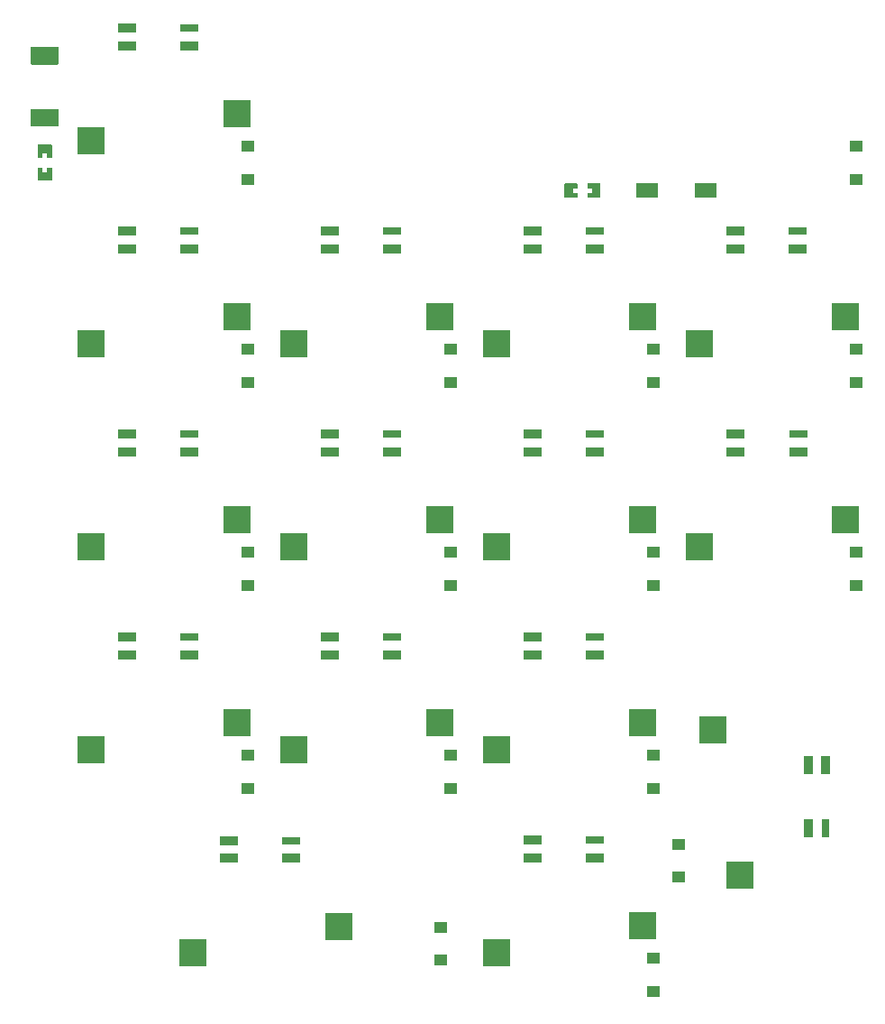
<source format=gbp>
G04 Layer: BottomPasteMaskLayer*
G04 EasyEDA v6.5.48, 2025-01-23 00:24:19*
G04 679677d7e51945128001c62092012e12,98668e1c1e3843b3a942620e40044077,10*
G04 Gerber Generator version 0.2*
G04 Scale: 100 percent, Rotated: No, Reflected: No *
G04 Dimensions in inches *
G04 leading zeros omitted , absolute positions ,3 integer and 6 decimal *
%FSLAX36Y36*%
%MOIN*%

%AMMACRO1*21,1,$1,$2,0,0,$3*%
%ADD10MACRO1,0.0787X0.0551X0.0000*%
%ADD11MACRO1,0.0788X0.0551X0.0000*%
%ADD12MACRO1,0.0394X0.0472X90.0000*%
%ADD13MACRO1,0.0394X0.0472X-90.0000*%
%ADD14R,0.1004X0.0984*%
%ADD15R,0.0709X0.0295*%
%ADD16R,0.0709X0.0323*%
%ADD17R,0.0984X0.1004*%
%ADD18R,0.0295X0.0709*%
%ADD19R,0.0323X0.0709*%
%ADD20MACRO1,0.1004X0.0984X0.0000*%

%LPD*%
G36*
X2064040Y3206160D02*
G01*
X2062080Y3204200D01*
X2062080Y3153800D01*
X2064040Y3151840D01*
X2109320Y3151840D01*
X2111280Y3153800D01*
X2111480Y3169940D01*
X2093760Y3169940D01*
X2093760Y3187660D01*
X2111080Y3187660D01*
X2111280Y3204200D01*
X2109320Y3206160D01*
G37*
G36*
X2148680Y3206160D02*
G01*
X2146720Y3204200D01*
X2146720Y3187660D01*
X2164240Y3187660D01*
X2164240Y3169940D01*
X2146920Y3169940D01*
X2146720Y3153800D01*
X2148680Y3151840D01*
X2193960Y3151840D01*
X2195920Y3153800D01*
X2195920Y3204200D01*
X2193960Y3206160D01*
G37*
G36*
X115399Y3348220D02*
G01*
X113440Y3346259D01*
X113440Y3300980D01*
X115399Y3299020D01*
X131540Y3298820D01*
X131540Y3316540D01*
X149260Y3316540D01*
X149260Y3299220D01*
X165799Y3299020D01*
X167760Y3300980D01*
X167760Y3346259D01*
X165799Y3348220D01*
G37*
G36*
X115399Y3263580D02*
G01*
X113440Y3261620D01*
X113440Y3216340D01*
X115399Y3214380D01*
X165799Y3214380D01*
X167760Y3216340D01*
X167760Y3261620D01*
X165799Y3263580D01*
X149260Y3263580D01*
X149260Y3246060D01*
X131540Y3246060D01*
X131540Y3263380D01*
G37*
D10*
G01*
X2366639Y3179929D03*
D11*
G01*
X2583315Y3180009D03*
D12*
G01*
X890643Y3342339D03*
G01*
X890643Y3220299D03*
G01*
X3140692Y3342339D03*
G01*
X3140692Y3220299D03*
G01*
X890643Y2592323D03*
G01*
X890643Y2470284D03*
G01*
X1640660Y2592323D03*
G01*
X1640660Y2470284D03*
G01*
X2390675Y2592323D03*
G01*
X2390675Y2470284D03*
G01*
X3140692Y2592323D03*
G01*
X3140692Y2470284D03*
G01*
X890643Y1842308D03*
G01*
X890643Y1720268D03*
G01*
X1640660Y1842308D03*
G01*
X1640660Y1720268D03*
G01*
X2390675Y1842308D03*
G01*
X2390675Y1720268D03*
G01*
X3140692Y1842308D03*
G01*
X3140692Y1720268D03*
G01*
X890643Y1092292D03*
G01*
X890643Y970252D03*
G01*
X1640660Y1092292D03*
G01*
X1640660Y970252D03*
G01*
X2390675Y1092292D03*
G01*
X2390675Y970252D03*
D13*
G01*
X2484428Y642119D03*
G01*
X2484428Y764160D03*
D12*
G01*
X1606431Y456721D03*
G01*
X1606431Y334682D03*
G01*
X2390675Y342276D03*
G01*
X2390675Y220235D03*
D14*
G01*
X312519Y1862489D03*
G01*
X851520Y1961489D03*
D15*
G01*
X676520Y2278499D03*
D16*
G01*
X676520Y2213490D03*
G01*
X444520Y2213490D03*
G01*
X444520Y2278490D03*
D14*
G01*
X1062520Y1862489D03*
G01*
X1601520Y1961489D03*
D15*
G01*
X1426520Y2278499D03*
D16*
G01*
X1426520Y2213490D03*
G01*
X1194520Y2213490D03*
G01*
X1194520Y2278490D03*
D14*
G01*
X1812520Y1862489D03*
G01*
X2351520Y1961489D03*
D15*
G01*
X2176520Y2278499D03*
D16*
G01*
X2176520Y2213490D03*
G01*
X1944520Y2213490D03*
G01*
X1944520Y2278490D03*
D14*
G01*
X2562619Y1862489D03*
G01*
X3101620Y1961489D03*
D15*
G01*
X2926620Y2278499D03*
D16*
G01*
X2926620Y2213490D03*
G01*
X2694620Y2213490D03*
G01*
X2694620Y2278490D03*
D14*
G01*
X312519Y1112489D03*
G01*
X851520Y1211489D03*
D15*
G01*
X676520Y1528499D03*
D16*
G01*
X676520Y1463490D03*
G01*
X444520Y1463490D03*
G01*
X444520Y1528490D03*
D14*
G01*
X1062520Y1112489D03*
G01*
X1601520Y1211489D03*
D15*
G01*
X1426520Y1528499D03*
D16*
G01*
X1426520Y1463490D03*
G01*
X1194520Y1463490D03*
G01*
X1194520Y1528490D03*
D14*
G01*
X1812520Y1112489D03*
G01*
X2351520Y1211489D03*
D15*
G01*
X2176520Y1528499D03*
D16*
G01*
X2176520Y1463490D03*
G01*
X1944520Y1463490D03*
G01*
X1944520Y1528490D03*
D17*
G01*
X2612489Y1187469D03*
G01*
X2711490Y648470D03*
D18*
G01*
X3028490Y823470D03*
D19*
G01*
X2963490Y823470D03*
G01*
X2963490Y1055470D03*
G01*
X3028479Y1055470D03*
D14*
G01*
X689120Y361089D03*
G01*
X1228119Y460090D03*
D15*
G01*
X1053119Y777100D03*
D16*
G01*
X1053119Y712089D03*
G01*
X821120Y712089D03*
G01*
X821120Y777089D03*
D14*
G01*
X1812520Y362489D03*
G01*
X2351520Y461489D03*
D15*
G01*
X2176520Y778499D03*
D16*
G01*
X2176520Y713490D03*
G01*
X1944520Y713490D03*
G01*
X1944520Y778490D03*
D20*
G01*
X312537Y3362571D03*
G01*
X851537Y3461570D03*
D15*
G01*
X676540Y3778569D03*
D16*
G01*
X676540Y3713569D03*
G01*
X444539Y3713569D03*
G01*
X444539Y3778560D03*
D14*
G01*
X312539Y2612550D03*
G01*
X851540Y2711550D03*
D15*
G01*
X676540Y3028560D03*
D16*
G01*
X676540Y2963550D03*
G01*
X444539Y2963550D03*
G01*
X444539Y3028550D03*
D14*
G01*
X1062550Y2612550D03*
G01*
X1601549Y2711550D03*
D15*
G01*
X1426549Y3028560D03*
D16*
G01*
X1426549Y2963550D03*
G01*
X1194549Y2963550D03*
G01*
X1194549Y3028550D03*
D14*
G01*
X1812569Y2612550D03*
G01*
X2351570Y2711550D03*
D15*
G01*
X2176570Y3028560D03*
D16*
G01*
X2176570Y2963550D03*
G01*
X1944570Y2963550D03*
G01*
X1944570Y3028550D03*
D14*
G01*
X2562590Y2612550D03*
G01*
X3101589Y2711550D03*
D15*
G01*
X2926589Y3028560D03*
D16*
G01*
X2926589Y2963550D03*
G01*
X2694589Y2963550D03*
G01*
X2694589Y3028550D03*
G36*
X187872Y3709304D02*
G01*
X188524Y3709261D01*
X189166Y3709133D01*
X189785Y3708923D01*
X190372Y3708634D01*
X190916Y3708270D01*
X191408Y3707840D01*
X191838Y3707348D01*
X192202Y3706804D01*
X192491Y3706217D01*
X192701Y3705598D01*
X192829Y3704956D01*
X192872Y3704304D01*
X192872Y3649185D01*
X192829Y3648533D01*
X192701Y3647892D01*
X192491Y3647273D01*
X192202Y3646685D01*
X191838Y3646142D01*
X191408Y3645650D01*
X190916Y3645219D01*
X190372Y3644856D01*
X189785Y3644567D01*
X189166Y3644355D01*
X188524Y3644229D01*
X187872Y3644185D01*
X93384Y3644185D01*
X92730Y3644229D01*
X92089Y3644355D01*
X91471Y3644567D01*
X90884Y3644856D01*
X90340Y3645219D01*
X89848Y3645650D01*
X89416Y3646142D01*
X89054Y3646685D01*
X88764Y3647273D01*
X88553Y3647892D01*
X88427Y3648533D01*
X88384Y3649185D01*
X88384Y3704304D01*
X88427Y3704956D01*
X88553Y3705598D01*
X88764Y3706217D01*
X89054Y3706804D01*
X89416Y3707348D01*
X89848Y3707840D01*
X90340Y3708270D01*
X90884Y3708634D01*
X91471Y3708923D01*
X92089Y3709133D01*
X92730Y3709261D01*
X93384Y3709304D01*
G37*
G36*
X187872Y3480965D02*
G01*
X188524Y3480922D01*
X189166Y3480796D01*
X189785Y3480585D01*
X190372Y3480295D01*
X190916Y3479933D01*
X191408Y3479502D01*
X191838Y3479009D01*
X192202Y3478465D01*
X192491Y3477878D01*
X192701Y3477260D01*
X192829Y3476619D01*
X192872Y3475965D01*
X192872Y3420848D01*
X192829Y3420194D01*
X192701Y3419553D01*
X192491Y3418935D01*
X192202Y3418348D01*
X191838Y3417804D01*
X191408Y3417312D01*
X190916Y3416880D01*
X190372Y3416518D01*
X189785Y3416228D01*
X189166Y3416017D01*
X188524Y3415891D01*
X187872Y3415848D01*
X93384Y3415848D01*
X92730Y3415891D01*
X92089Y3416017D01*
X91471Y3416228D01*
X90884Y3416518D01*
X90340Y3416880D01*
X89848Y3417312D01*
X89416Y3417804D01*
X89054Y3418348D01*
X88764Y3418935D01*
X88553Y3419553D01*
X88427Y3420194D01*
X88384Y3420848D01*
X88384Y3475965D01*
X88427Y3476619D01*
X88553Y3477260D01*
X88764Y3477878D01*
X89054Y3478465D01*
X89416Y3479009D01*
X89848Y3479502D01*
X90340Y3479933D01*
X90884Y3480295D01*
X91471Y3480585D01*
X92089Y3480796D01*
X92730Y3480922D01*
X93384Y3480965D01*
G37*
M02*

</source>
